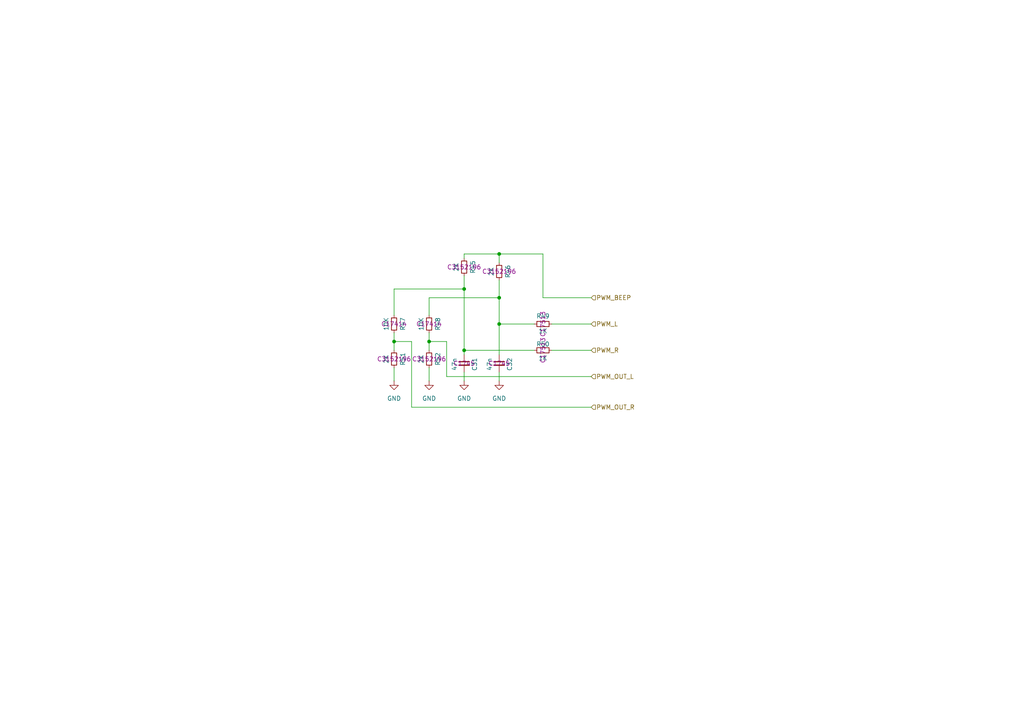
<source format=kicad_sch>
(kicad_sch (version 20250114) (generator "eeschema") (generator_version "9.0")
  (paper "A4")
  (title_block (title "${NAME}") (date "2025-04-24") (rev "${VERSION}") (company "Mikhail Matveev") (comment 1 "https://github.com/xtremespb/frank"))
  (lib_symbols
    (symbol "Device:C_Small" (pin_numbers (hide yes)) (pin_names (offset 0.254) (hide yes))
      (property "Reference" "C" (at 0.254 1.778 0))
      (property "Value" "C_Small" (at 0.254 -2.032 0))
      (symbol "C_Small_0_1"
        (polyline (pts (xy -1.524 0.508) (xy 1.524 0.508)) (stroke (width 0.3048)))
        (polyline (pts (xy -1.524 -0.508) (xy 1.524 -0.508)) (stroke (width 0.3302)))
      )
      (symbol "C_Small_1_1"
        (pin passive line (at 0 2.54 270) (length 2.032) (name "~") (number "1"))
        (pin passive line (at 0 -2.54 90) (length 2.032) (name "~") (number "2"))
      )
    )
    (symbol "Device:R_Small" (pin_numbers (hide yes)) (pin_names (offset 0.254) (hide yes))
      (property "Reference" "R" (at 0.762 0.508 0))
      (property "Value" "R_Small" (at 0.762 -1.016 0))
      (symbol "R_Small_0_1"
        (rectangle (start -0.762 1.778) (end 0.762 -1.778) (stroke (width 0.2032)))
      )
      (symbol "R_Small_1_1"
        (pin passive line (at 0 2.54 270) (length 0.762) (name "~") (number "1"))
        (pin passive line (at 0 -2.54 90) (length 0.762) (name "~") (number "2"))
      )
    )
    (symbol "power:GND" (power) (pin_numbers (hide yes)) (pin_names (offset 0) (hide yes))
      (property "Value" "GND" (at 0 -3.81 0))
      (symbol "GND_0_1"
        (polyline (pts (xy 0 0) (xy 0 -1.27) (xy 1.27 -1.27) (xy 0 -2.54) (xy -1.27 -1.27) (xy 0 -1.27)))
      )
      (symbol "GND_1_1"
        (pin power_in line (at 0 0 270) (length 0) (name "~") (number "1"))
      )
    )
  )
  (junction (at 134.62 101.6))
  (junction (at 144.78 73.66))
  (junction (at 134.62 83.82))
  (junction (at 144.78 86.36))
  (junction (at 124.46 99.06))
  (junction (at 114.3 99.06))
  (junction (at 144.78 93.98))
  (wire (pts (xy 144.78 86.36) (xy 144.78 93.98)))
  (wire (pts (xy 119.38 118.11) (xy 171.45 118.11)))
  (wire (pts (xy 160.02 101.6) (xy 171.45 101.6)))
  (wire (pts (xy 119.38 99.06) (xy 119.38 118.11)))
  (wire (pts (xy 134.62 107.95) (xy 134.62 110.49)))
  (wire (pts (xy 134.62 101.6) (xy 154.94 101.6)))
  (wire (pts (xy 124.46 99.06) (xy 124.46 101.6)))
  (wire (pts (xy 134.62 73.66) (xy 144.78 73.66)))
  (wire (pts (xy 157.48 86.36) (xy 171.45 86.36)))
  (wire (pts (xy 114.3 106.68) (xy 114.3 110.49)))
  (wire (pts (xy 144.78 73.66) (xy 157.48 73.66)))
  (wire (pts (xy 144.78 86.36) (xy 124.46 86.36)))
  (wire (pts (xy 114.3 99.06) (xy 114.3 101.6)))
  (wire (pts (xy 157.48 73.66) (xy 157.48 86.36)))
  (wire (pts (xy 144.78 76.2) (xy 144.78 73.66)))
  (wire (pts (xy 160.02 93.98) (xy 171.45 93.98)))
  (wire (pts (xy 124.46 106.68) (xy 124.46 110.49)))
  (wire (pts (xy 129.54 99.06) (xy 129.54 109.22)))
  (wire (pts (xy 124.46 99.06) (xy 129.54 99.06)))
  (wire (pts (xy 134.62 80.01) (xy 134.62 83.82)))
  (wire (pts (xy 134.62 83.82) (xy 134.62 101.6)))
  (wire (pts (xy 144.78 81.28) (xy 144.78 86.36)))
  (wire (pts (xy 134.62 74.93) (xy 134.62 73.66)))
  (wire (pts (xy 124.46 86.36) (xy 124.46 91.44)))
  (wire (pts (xy 129.54 109.22) (xy 171.45 109.22)))
  (wire (pts (xy 144.78 93.98) (xy 154.94 93.98)))
  (wire (pts (xy 144.78 107.95) (xy 144.78 110.49)))
  (wire (pts (xy 134.62 101.6) (xy 134.62 102.87)))
  (wire (pts (xy 114.3 96.52) (xy 114.3 99.06)))
  (wire (pts (xy 114.3 99.06) (xy 119.38 99.06)))
  (wire (pts (xy 114.3 83.82) (xy 134.62 83.82)))
  (wire (pts (xy 124.46 96.52) (xy 124.46 99.06)))
  (wire (pts (xy 114.3 91.44) (xy 114.3 83.82)))
  (wire (pts (xy 144.78 93.98) (xy 144.78 102.87)))
  (hierarchical_label "PWM_OUT_L" (shape input) (at 171.45 109.22 0))
  (hierarchical_label "PWM_L" (shape input) (at 171.45 93.98 0))
  (hierarchical_label "PWM_BEEP" (shape input) (at 171.45 86.36 0))
  (hierarchical_label "PWM_OUT_R" (shape input) (at 171.45 118.11 0))
  (hierarchical_label "PWM_R" (shape input) (at 171.45 101.6 0))
  (symbol (lib_id "Device:R_Small") (at 157.48 93.98 90) (unit 1)
    (property "Reference" "R49" (at 157.48 91.694 90))
    (property "Value" "1K" (at 157.48 96.012 90))
    (property "Footprint" "FRANK:Resistor (0805)" (effects (hide yes)))
    (property "Datasheet" "https://www.vishay.com/docs/28952/mcs0402at-mct0603at-mcu0805at-mca1206at.pdf" (effects (hide yes)))
    (property "Description" "Resistor, small symbol" (effects (hide yes)))
    (property "AliExpress" "https://www.aliexpress.com/item/1005005945735199.html" (effects (hide yes)))
    (property "LCSC" "C17513" (at 157.48 93.98 0))
  )
  (symbol (lib_id "Device:R_Small") (at 157.48 101.6 90) (unit 1)
    (property "Reference" "R50" (at 157.48 99.822 90))
    (property "Value" "1K" (at 157.48 103.886 90))
    (property "Footprint" "FRANK:Resistor (0805)" (effects (hide yes)))
    (property "Datasheet" "https://www.vishay.com/docs/28952/mcs0402at-mct0603at-mcu0805at-mca1206at.pdf" (effects (hide yes)))
    (property "Description" "Resistor, small symbol" (effects (hide yes)))
    (property "AliExpress" "https://www.aliexpress.com/item/1005005945735199.html" (effects (hide yes)))
    (property "LCSC" "C17513" (at 157.48 101.6 0))
  )
  (symbol (lib_id "Device:R_Small") (at 144.78 78.74 0) (unit 1)
    (property "Reference" "R46" (at 147.32 78.74 90))
    (property "Value" "2K" (at 142.494 78.74 90))
    (property "Footprint" "FRANK:Resistor (0805)" (effects (hide yes)))
    (property "Datasheet" "https://www.vishay.com/docs/28952/mcs0402at-mct0603at-mcu0805at-mca1206at.pdf" (effects (hide yes)))
    (property "Description" "Resistor, small symbol" (effects (hide yes)))
    (property "AliExpress" "https://www.aliexpress.com/item/1005005945735199.html" (effects (hide yes)))
    (property "LCSC" "C3152196" (at 144.78 78.74 0))
  )
  (symbol (lib_id "Device:R_Small") (at 134.62 77.47 0) (unit 1)
    (property "Reference" "R45" (at 137.16 77.47 90))
    (property "Value" "2K" (at 132.334 77.47 90))
    (property "Footprint" "FRANK:Resistor (0805)" (effects (hide yes)))
    (property "Datasheet" "https://www.vishay.com/docs/28952/mcs0402at-mct0603at-mcu0805at-mca1206at.pdf" (effects (hide yes)))
    (property "Description" "Resistor, small symbol" (effects (hide yes)))
    (property "AliExpress" "https://www.aliexpress.com/item/1005005945735199.html" (effects (hide yes)))
    (property "LCSC" "C3152196" (at 134.62 77.47 0))
  )
  (symbol (lib_id "Device:C_Small") (at 134.62 105.41 0) (unit 1)
    (property "Reference" "C31" (at 137.668 105.664 90))
    (property "Value" "47n" (at 131.826 105.664 90))
    (property "Footprint" "FRANK:Capacitor (0805)" (effects (hide yes)))
    (property "Datasheet" "https://eu.mouser.com/datasheet/2/40/KGM_X7R-3223212.pdf" (effects (hide yes)))
    (property "Description" "Unpolarized capacitor, small symbol" (effects (hide yes)))
    (property "AliExpress" "https://www.aliexpress.com/item/33008008276.html" (effects (hide yes)))
    (property "LCSC" "C1745" (at 134.62 105.41 0))
  )
  (symbol (lib_id "power:GND") (at 134.62 110.49 0) (unit 1)
    (property "Reference" "#PWR074" (effects (hide yes)))
    (property "Value" "GND" (at 134.62 115.57 0))
    (property "Description" "Power symbol creates a global label with name \"GND\" , ground" (effects (hide yes)))
  )
  (symbol (lib_id "power:GND") (at 114.3 110.49 0) (unit 1)
    (property "Reference" "#PWR072" (effects (hide yes)))
    (property "Value" "GND" (at 114.3 115.57 0))
    (property "Description" "Power symbol creates a global label with name \"GND\" , ground" (effects (hide yes)))
  )
  (symbol (lib_id "Device:R_Small") (at 124.46 93.98 0) (unit 1)
    (property "Reference" "R48" (at 127 93.98 90))
    (property "Value" "10K" (at 122.174 93.98 90))
    (property "Footprint" "FRANK:Resistor (0805)" (effects (hide yes)))
    (property "Datasheet" "https://www.vishay.com/docs/28952/mcs0402at-mct0603at-mcu0805at-mca1206at.pdf" (effects (hide yes)))
    (property "Description" "Resistor, small symbol" (effects (hide yes)))
    (property "AliExpress" "https://www.aliexpress.com/item/1005005945735199.html" (effects (hide yes)))
    (property "LCSC" "C17414" (at 124.46 93.98 0))
  )
  (symbol (lib_id "Device:R_Small") (at 124.46 104.14 0) (unit 1)
    (property "Reference" "R52" (at 127 104.14 90))
    (property "Value" "2K" (at 122.174 104.14 90))
    (property "Footprint" "FRANK:Resistor (0805)" (effects (hide yes)))
    (property "Datasheet" "https://www.vishay.com/docs/28952/mcs0402at-mct0603at-mcu0805at-mca1206at.pdf" (effects (hide yes)))
    (property "Description" "Resistor, small symbol" (effects (hide yes)))
    (property "AliExpress" "https://www.aliexpress.com/item/1005005945735199.html" (effects (hide yes)))
    (property "LCSC" "C3152196" (at 124.46 104.14 0))
  )
  (symbol (lib_id "Device:R_Small") (at 114.3 104.14 0) (unit 1)
    (property "Reference" "R51" (at 116.84 104.14 90))
    (property "Value" "2K" (at 112.014 104.14 90))
    (property "Footprint" "FRANK:Resistor (0805)" (effects (hide yes)))
    (property "Datasheet" "https://www.vishay.com/docs/28952/mcs0402at-mct0603at-mcu0805at-mca1206at.pdf" (effects (hide yes)))
    (property "Description" "Resistor, small symbol" (effects (hide yes)))
    (property "AliExpress" "https://www.aliexpress.com/item/1005005945735199.html" (effects (hide yes)))
    (property "LCSC" "C3152196" (at 114.3 104.14 0))
  )
  (symbol (lib_id "power:GND") (at 124.46 110.49 0) (unit 1)
    (property "Reference" "#PWR073" (effects (hide yes)))
    (property "Value" "GND" (at 124.46 115.57 0))
    (property "Description" "Power symbol creates a global label with name \"GND\" , ground" (effects (hide yes)))
  )
  (symbol (lib_id "Device:C_Small") (at 144.78 105.41 0) (unit 1)
    (property "Reference" "C32" (at 147.828 105.664 90))
    (property "Value" "47n" (at 141.986 105.664 90))
    (property "Footprint" "FRANK:Capacitor (0805)" (effects (hide yes)))
    (property "Datasheet" "https://eu.mouser.com/datasheet/2/40/KGM_X7R-3223212.pdf" (effects (hide yes)))
    (property "Description" "Unpolarized capacitor, small symbol" (effects (hide yes)))
    (property "AliExpress" "https://www.aliexpress.com/item/33008008276.html" (effects (hide yes)))
    (property "LCSC" "C1745" (at 144.78 105.41 0))
  )
  (symbol (lib_id "power:GND") (at 144.78 110.49 0) (unit 1)
    (property "Reference" "#PWR075" (effects (hide yes)))
    (property "Value" "GND" (at 144.78 115.57 0))
    (property "Description" "Power symbol creates a global label with name \"GND\" , ground" (effects (hide yes)))
  )
  (symbol (lib_id "Device:R_Small") (at 114.3 93.98 0) (unit 1)
    (property "Reference" "R47" (at 116.84 93.98 90))
    (property "Value" "10K" (at 112.014 93.98 90))
    (property "Footprint" "FRANK:Resistor (0805)" (effects (hide yes)))
    (property "Datasheet" "https://www.vishay.com/docs/28952/mcs0402at-mct0603at-mcu0805at-mca1206at.pdf" (effects (hide yes)))
    (property "Description" "Resistor, small symbol" (effects (hide yes)))
    (property "AliExpress" "https://www.aliexpress.com/item/1005005945735199.html" (effects (hide yes)))
    (property "LCSC" "C17414" (at 114.3 93.98 0))
  )
)
</source>
